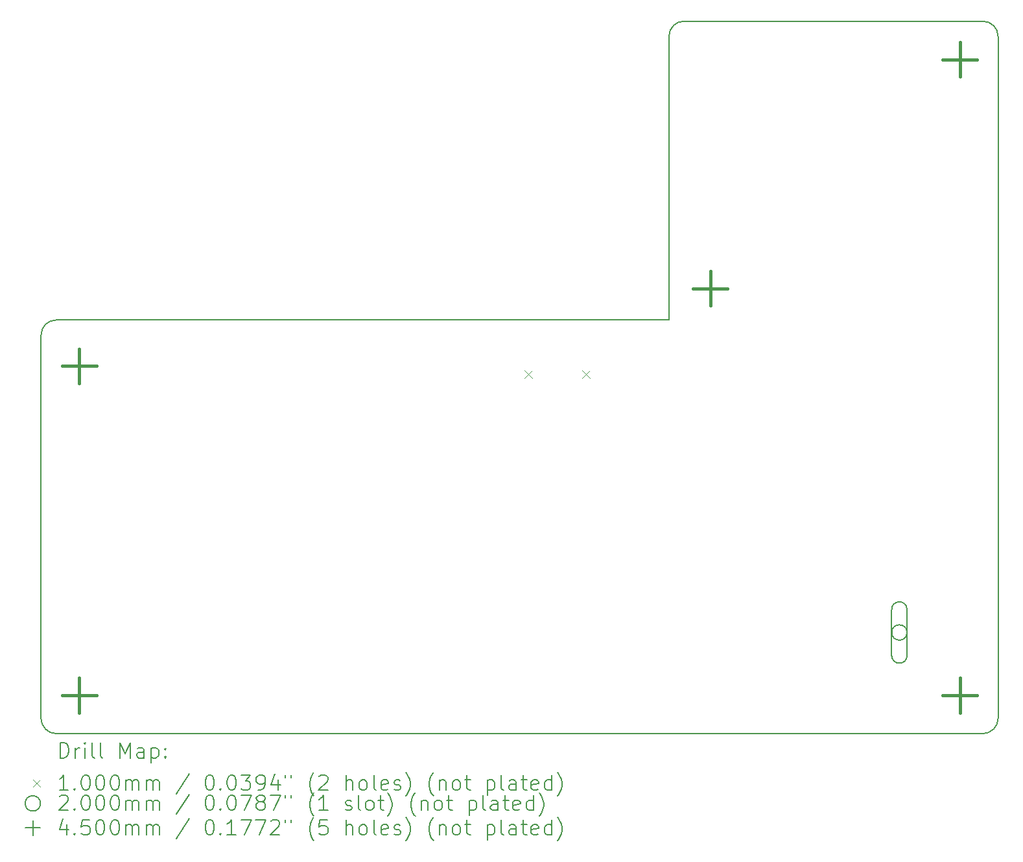
<source format=gbr>
%FSLAX45Y45*%
G04 Gerber Fmt 4.5, Leading zero omitted, Abs format (unit mm)*
G04 Created by KiCad (PCBNEW 6.0.6-3a73a75311~116~ubuntu20.04.1) date 2022-07-18 20:20:39*
%MOMM*%
%LPD*%
G01*
G04 APERTURE LIST*
%TA.AperFunction,Profile*%
%ADD10C,0.150000*%
%TD*%
%ADD11C,0.200000*%
%ADD12C,0.100000*%
%ADD13C,0.450000*%
G04 APERTURE END LIST*
D10*
X3000000Y-10000000D02*
X3000000Y-15000000D01*
X15300000Y-5900000D02*
X11400000Y-5900000D01*
X11200000Y-6100000D02*
X11200000Y-9800000D01*
X3000000Y-15000000D02*
G75*
G03*
X3200000Y-15200000I200000J0D01*
G01*
X15500000Y-6100000D02*
G75*
G03*
X15300000Y-5900000I-200000J0D01*
G01*
X15500000Y-15000000D02*
X15500000Y-6100000D01*
X3200000Y-15200000D02*
X15300000Y-15200000D01*
X3200000Y-9800000D02*
G75*
G03*
X3000000Y-10000000I0J-200000D01*
G01*
X11400000Y-5900000D02*
G75*
G03*
X11200000Y-6100000I0J-200000D01*
G01*
X11200000Y-9800000D02*
X3200000Y-9800000D01*
X15300000Y-15200000D02*
G75*
G03*
X15500000Y-15000000I0J200000D01*
G01*
D11*
D12*
X9315000Y-10460000D02*
X9415000Y-10560000D01*
X9415000Y-10460000D02*
X9315000Y-10560000D01*
X10065000Y-10460000D02*
X10165000Y-10560000D01*
X10165000Y-10460000D02*
X10065000Y-10560000D01*
D11*
X14310000Y-13880000D02*
G75*
G03*
X14310000Y-13880000I-100000J0D01*
G01*
X14110000Y-13580000D02*
X14110000Y-14180000D01*
X14310000Y-13580000D02*
X14310000Y-14180000D01*
X14110000Y-14180000D02*
G75*
G03*
X14310000Y-14180000I100000J0D01*
G01*
X14310000Y-13580000D02*
G75*
G03*
X14110000Y-13580000I-100000J0D01*
G01*
D13*
X3500000Y-10175000D02*
X3500000Y-10625000D01*
X3275000Y-10400000D02*
X3725000Y-10400000D01*
X3500000Y-14475000D02*
X3500000Y-14925000D01*
X3275000Y-14700000D02*
X3725000Y-14700000D01*
X11740000Y-9165000D02*
X11740000Y-9615000D01*
X11515000Y-9390000D02*
X11965000Y-9390000D01*
X15000000Y-6175000D02*
X15000000Y-6625000D01*
X14775000Y-6400000D02*
X15225000Y-6400000D01*
X15000000Y-14475000D02*
X15000000Y-14925000D01*
X14775000Y-14700000D02*
X15225000Y-14700000D01*
D11*
X3250119Y-15517976D02*
X3250119Y-15317976D01*
X3297738Y-15317976D01*
X3326309Y-15327500D01*
X3345357Y-15346548D01*
X3354881Y-15365595D01*
X3364405Y-15403690D01*
X3364405Y-15432262D01*
X3354881Y-15470357D01*
X3345357Y-15489405D01*
X3326309Y-15508452D01*
X3297738Y-15517976D01*
X3250119Y-15517976D01*
X3450119Y-15517976D02*
X3450119Y-15384643D01*
X3450119Y-15422738D02*
X3459643Y-15403690D01*
X3469167Y-15394167D01*
X3488214Y-15384643D01*
X3507262Y-15384643D01*
X3573928Y-15517976D02*
X3573928Y-15384643D01*
X3573928Y-15317976D02*
X3564405Y-15327500D01*
X3573928Y-15337024D01*
X3583452Y-15327500D01*
X3573928Y-15317976D01*
X3573928Y-15337024D01*
X3697738Y-15517976D02*
X3678690Y-15508452D01*
X3669167Y-15489405D01*
X3669167Y-15317976D01*
X3802500Y-15517976D02*
X3783452Y-15508452D01*
X3773928Y-15489405D01*
X3773928Y-15317976D01*
X4031071Y-15517976D02*
X4031071Y-15317976D01*
X4097738Y-15460833D01*
X4164405Y-15317976D01*
X4164405Y-15517976D01*
X4345357Y-15517976D02*
X4345357Y-15413214D01*
X4335833Y-15394167D01*
X4316786Y-15384643D01*
X4278690Y-15384643D01*
X4259643Y-15394167D01*
X4345357Y-15508452D02*
X4326310Y-15517976D01*
X4278690Y-15517976D01*
X4259643Y-15508452D01*
X4250119Y-15489405D01*
X4250119Y-15470357D01*
X4259643Y-15451309D01*
X4278690Y-15441786D01*
X4326310Y-15441786D01*
X4345357Y-15432262D01*
X4440595Y-15384643D02*
X4440595Y-15584643D01*
X4440595Y-15394167D02*
X4459643Y-15384643D01*
X4497738Y-15384643D01*
X4516786Y-15394167D01*
X4526310Y-15403690D01*
X4535833Y-15422738D01*
X4535833Y-15479881D01*
X4526310Y-15498928D01*
X4516786Y-15508452D01*
X4497738Y-15517976D01*
X4459643Y-15517976D01*
X4440595Y-15508452D01*
X4621548Y-15498928D02*
X4631071Y-15508452D01*
X4621548Y-15517976D01*
X4612024Y-15508452D01*
X4621548Y-15498928D01*
X4621548Y-15517976D01*
X4621548Y-15394167D02*
X4631071Y-15403690D01*
X4621548Y-15413214D01*
X4612024Y-15403690D01*
X4621548Y-15394167D01*
X4621548Y-15413214D01*
D12*
X2892500Y-15797500D02*
X2992500Y-15897500D01*
X2992500Y-15797500D02*
X2892500Y-15897500D01*
D11*
X3354881Y-15937976D02*
X3240595Y-15937976D01*
X3297738Y-15937976D02*
X3297738Y-15737976D01*
X3278690Y-15766548D01*
X3259643Y-15785595D01*
X3240595Y-15795119D01*
X3440595Y-15918928D02*
X3450119Y-15928452D01*
X3440595Y-15937976D01*
X3431071Y-15928452D01*
X3440595Y-15918928D01*
X3440595Y-15937976D01*
X3573928Y-15737976D02*
X3592976Y-15737976D01*
X3612024Y-15747500D01*
X3621548Y-15757024D01*
X3631071Y-15776071D01*
X3640595Y-15814167D01*
X3640595Y-15861786D01*
X3631071Y-15899881D01*
X3621548Y-15918928D01*
X3612024Y-15928452D01*
X3592976Y-15937976D01*
X3573928Y-15937976D01*
X3554881Y-15928452D01*
X3545357Y-15918928D01*
X3535833Y-15899881D01*
X3526309Y-15861786D01*
X3526309Y-15814167D01*
X3535833Y-15776071D01*
X3545357Y-15757024D01*
X3554881Y-15747500D01*
X3573928Y-15737976D01*
X3764405Y-15737976D02*
X3783452Y-15737976D01*
X3802500Y-15747500D01*
X3812024Y-15757024D01*
X3821548Y-15776071D01*
X3831071Y-15814167D01*
X3831071Y-15861786D01*
X3821548Y-15899881D01*
X3812024Y-15918928D01*
X3802500Y-15928452D01*
X3783452Y-15937976D01*
X3764405Y-15937976D01*
X3745357Y-15928452D01*
X3735833Y-15918928D01*
X3726309Y-15899881D01*
X3716786Y-15861786D01*
X3716786Y-15814167D01*
X3726309Y-15776071D01*
X3735833Y-15757024D01*
X3745357Y-15747500D01*
X3764405Y-15737976D01*
X3954881Y-15737976D02*
X3973928Y-15737976D01*
X3992976Y-15747500D01*
X4002500Y-15757024D01*
X4012024Y-15776071D01*
X4021548Y-15814167D01*
X4021548Y-15861786D01*
X4012024Y-15899881D01*
X4002500Y-15918928D01*
X3992976Y-15928452D01*
X3973928Y-15937976D01*
X3954881Y-15937976D01*
X3935833Y-15928452D01*
X3926309Y-15918928D01*
X3916786Y-15899881D01*
X3907262Y-15861786D01*
X3907262Y-15814167D01*
X3916786Y-15776071D01*
X3926309Y-15757024D01*
X3935833Y-15747500D01*
X3954881Y-15737976D01*
X4107262Y-15937976D02*
X4107262Y-15804643D01*
X4107262Y-15823690D02*
X4116786Y-15814167D01*
X4135833Y-15804643D01*
X4164405Y-15804643D01*
X4183452Y-15814167D01*
X4192976Y-15833214D01*
X4192976Y-15937976D01*
X4192976Y-15833214D02*
X4202500Y-15814167D01*
X4221548Y-15804643D01*
X4250119Y-15804643D01*
X4269167Y-15814167D01*
X4278690Y-15833214D01*
X4278690Y-15937976D01*
X4373929Y-15937976D02*
X4373929Y-15804643D01*
X4373929Y-15823690D02*
X4383452Y-15814167D01*
X4402500Y-15804643D01*
X4431071Y-15804643D01*
X4450119Y-15814167D01*
X4459643Y-15833214D01*
X4459643Y-15937976D01*
X4459643Y-15833214D02*
X4469167Y-15814167D01*
X4488214Y-15804643D01*
X4516786Y-15804643D01*
X4535833Y-15814167D01*
X4545357Y-15833214D01*
X4545357Y-15937976D01*
X4935833Y-15728452D02*
X4764405Y-15985595D01*
X5192976Y-15737976D02*
X5212024Y-15737976D01*
X5231071Y-15747500D01*
X5240595Y-15757024D01*
X5250119Y-15776071D01*
X5259643Y-15814167D01*
X5259643Y-15861786D01*
X5250119Y-15899881D01*
X5240595Y-15918928D01*
X5231071Y-15928452D01*
X5212024Y-15937976D01*
X5192976Y-15937976D01*
X5173929Y-15928452D01*
X5164405Y-15918928D01*
X5154881Y-15899881D01*
X5145357Y-15861786D01*
X5145357Y-15814167D01*
X5154881Y-15776071D01*
X5164405Y-15757024D01*
X5173929Y-15747500D01*
X5192976Y-15737976D01*
X5345357Y-15918928D02*
X5354881Y-15928452D01*
X5345357Y-15937976D01*
X5335833Y-15928452D01*
X5345357Y-15918928D01*
X5345357Y-15937976D01*
X5478690Y-15737976D02*
X5497738Y-15737976D01*
X5516786Y-15747500D01*
X5526310Y-15757024D01*
X5535833Y-15776071D01*
X5545357Y-15814167D01*
X5545357Y-15861786D01*
X5535833Y-15899881D01*
X5526310Y-15918928D01*
X5516786Y-15928452D01*
X5497738Y-15937976D01*
X5478690Y-15937976D01*
X5459643Y-15928452D01*
X5450119Y-15918928D01*
X5440595Y-15899881D01*
X5431071Y-15861786D01*
X5431071Y-15814167D01*
X5440595Y-15776071D01*
X5450119Y-15757024D01*
X5459643Y-15747500D01*
X5478690Y-15737976D01*
X5612024Y-15737976D02*
X5735833Y-15737976D01*
X5669167Y-15814167D01*
X5697738Y-15814167D01*
X5716786Y-15823690D01*
X5726309Y-15833214D01*
X5735833Y-15852262D01*
X5735833Y-15899881D01*
X5726309Y-15918928D01*
X5716786Y-15928452D01*
X5697738Y-15937976D01*
X5640595Y-15937976D01*
X5621548Y-15928452D01*
X5612024Y-15918928D01*
X5831071Y-15937976D02*
X5869167Y-15937976D01*
X5888214Y-15928452D01*
X5897738Y-15918928D01*
X5916786Y-15890357D01*
X5926309Y-15852262D01*
X5926309Y-15776071D01*
X5916786Y-15757024D01*
X5907262Y-15747500D01*
X5888214Y-15737976D01*
X5850119Y-15737976D01*
X5831071Y-15747500D01*
X5821548Y-15757024D01*
X5812024Y-15776071D01*
X5812024Y-15823690D01*
X5821548Y-15842738D01*
X5831071Y-15852262D01*
X5850119Y-15861786D01*
X5888214Y-15861786D01*
X5907262Y-15852262D01*
X5916786Y-15842738D01*
X5926309Y-15823690D01*
X6097738Y-15804643D02*
X6097738Y-15937976D01*
X6050119Y-15728452D02*
X6002500Y-15871309D01*
X6126309Y-15871309D01*
X6192976Y-15737976D02*
X6192976Y-15776071D01*
X6269167Y-15737976D02*
X6269167Y-15776071D01*
X6564405Y-16014167D02*
X6554881Y-16004643D01*
X6535833Y-15976071D01*
X6526309Y-15957024D01*
X6516786Y-15928452D01*
X6507262Y-15880833D01*
X6507262Y-15842738D01*
X6516786Y-15795119D01*
X6526309Y-15766548D01*
X6535833Y-15747500D01*
X6554881Y-15718928D01*
X6564405Y-15709405D01*
X6631071Y-15757024D02*
X6640595Y-15747500D01*
X6659643Y-15737976D01*
X6707262Y-15737976D01*
X6726309Y-15747500D01*
X6735833Y-15757024D01*
X6745357Y-15776071D01*
X6745357Y-15795119D01*
X6735833Y-15823690D01*
X6621548Y-15937976D01*
X6745357Y-15937976D01*
X6983452Y-15937976D02*
X6983452Y-15737976D01*
X7069167Y-15937976D02*
X7069167Y-15833214D01*
X7059643Y-15814167D01*
X7040595Y-15804643D01*
X7012024Y-15804643D01*
X6992976Y-15814167D01*
X6983452Y-15823690D01*
X7192976Y-15937976D02*
X7173928Y-15928452D01*
X7164405Y-15918928D01*
X7154881Y-15899881D01*
X7154881Y-15842738D01*
X7164405Y-15823690D01*
X7173928Y-15814167D01*
X7192976Y-15804643D01*
X7221548Y-15804643D01*
X7240595Y-15814167D01*
X7250119Y-15823690D01*
X7259643Y-15842738D01*
X7259643Y-15899881D01*
X7250119Y-15918928D01*
X7240595Y-15928452D01*
X7221548Y-15937976D01*
X7192976Y-15937976D01*
X7373928Y-15937976D02*
X7354881Y-15928452D01*
X7345357Y-15909405D01*
X7345357Y-15737976D01*
X7526309Y-15928452D02*
X7507262Y-15937976D01*
X7469167Y-15937976D01*
X7450119Y-15928452D01*
X7440595Y-15909405D01*
X7440595Y-15833214D01*
X7450119Y-15814167D01*
X7469167Y-15804643D01*
X7507262Y-15804643D01*
X7526309Y-15814167D01*
X7535833Y-15833214D01*
X7535833Y-15852262D01*
X7440595Y-15871309D01*
X7612024Y-15928452D02*
X7631071Y-15937976D01*
X7669167Y-15937976D01*
X7688214Y-15928452D01*
X7697738Y-15909405D01*
X7697738Y-15899881D01*
X7688214Y-15880833D01*
X7669167Y-15871309D01*
X7640595Y-15871309D01*
X7621548Y-15861786D01*
X7612024Y-15842738D01*
X7612024Y-15833214D01*
X7621548Y-15814167D01*
X7640595Y-15804643D01*
X7669167Y-15804643D01*
X7688214Y-15814167D01*
X7764405Y-16014167D02*
X7773928Y-16004643D01*
X7792976Y-15976071D01*
X7802500Y-15957024D01*
X7812024Y-15928452D01*
X7821548Y-15880833D01*
X7821548Y-15842738D01*
X7812024Y-15795119D01*
X7802500Y-15766548D01*
X7792976Y-15747500D01*
X7773928Y-15718928D01*
X7764405Y-15709405D01*
X8126309Y-16014167D02*
X8116786Y-16004643D01*
X8097738Y-15976071D01*
X8088214Y-15957024D01*
X8078690Y-15928452D01*
X8069167Y-15880833D01*
X8069167Y-15842738D01*
X8078690Y-15795119D01*
X8088214Y-15766548D01*
X8097738Y-15747500D01*
X8116786Y-15718928D01*
X8126309Y-15709405D01*
X8202500Y-15804643D02*
X8202500Y-15937976D01*
X8202500Y-15823690D02*
X8212024Y-15814167D01*
X8231071Y-15804643D01*
X8259643Y-15804643D01*
X8278690Y-15814167D01*
X8288214Y-15833214D01*
X8288214Y-15937976D01*
X8412024Y-15937976D02*
X8392976Y-15928452D01*
X8383452Y-15918928D01*
X8373928Y-15899881D01*
X8373928Y-15842738D01*
X8383452Y-15823690D01*
X8392976Y-15814167D01*
X8412024Y-15804643D01*
X8440595Y-15804643D01*
X8459643Y-15814167D01*
X8469167Y-15823690D01*
X8478690Y-15842738D01*
X8478690Y-15899881D01*
X8469167Y-15918928D01*
X8459643Y-15928452D01*
X8440595Y-15937976D01*
X8412024Y-15937976D01*
X8535833Y-15804643D02*
X8612024Y-15804643D01*
X8564405Y-15737976D02*
X8564405Y-15909405D01*
X8573929Y-15928452D01*
X8592976Y-15937976D01*
X8612024Y-15937976D01*
X8831071Y-15804643D02*
X8831071Y-16004643D01*
X8831071Y-15814167D02*
X8850119Y-15804643D01*
X8888214Y-15804643D01*
X8907262Y-15814167D01*
X8916786Y-15823690D01*
X8926310Y-15842738D01*
X8926310Y-15899881D01*
X8916786Y-15918928D01*
X8907262Y-15928452D01*
X8888214Y-15937976D01*
X8850119Y-15937976D01*
X8831071Y-15928452D01*
X9040595Y-15937976D02*
X9021548Y-15928452D01*
X9012024Y-15909405D01*
X9012024Y-15737976D01*
X9202500Y-15937976D02*
X9202500Y-15833214D01*
X9192976Y-15814167D01*
X9173929Y-15804643D01*
X9135833Y-15804643D01*
X9116786Y-15814167D01*
X9202500Y-15928452D02*
X9183452Y-15937976D01*
X9135833Y-15937976D01*
X9116786Y-15928452D01*
X9107262Y-15909405D01*
X9107262Y-15890357D01*
X9116786Y-15871309D01*
X9135833Y-15861786D01*
X9183452Y-15861786D01*
X9202500Y-15852262D01*
X9269167Y-15804643D02*
X9345357Y-15804643D01*
X9297738Y-15737976D02*
X9297738Y-15909405D01*
X9307262Y-15928452D01*
X9326310Y-15937976D01*
X9345357Y-15937976D01*
X9488214Y-15928452D02*
X9469167Y-15937976D01*
X9431071Y-15937976D01*
X9412024Y-15928452D01*
X9402500Y-15909405D01*
X9402500Y-15833214D01*
X9412024Y-15814167D01*
X9431071Y-15804643D01*
X9469167Y-15804643D01*
X9488214Y-15814167D01*
X9497738Y-15833214D01*
X9497738Y-15852262D01*
X9402500Y-15871309D01*
X9669167Y-15937976D02*
X9669167Y-15737976D01*
X9669167Y-15928452D02*
X9650119Y-15937976D01*
X9612024Y-15937976D01*
X9592976Y-15928452D01*
X9583452Y-15918928D01*
X9573929Y-15899881D01*
X9573929Y-15842738D01*
X9583452Y-15823690D01*
X9592976Y-15814167D01*
X9612024Y-15804643D01*
X9650119Y-15804643D01*
X9669167Y-15814167D01*
X9745357Y-16014167D02*
X9754881Y-16004643D01*
X9773929Y-15976071D01*
X9783452Y-15957024D01*
X9792976Y-15928452D01*
X9802500Y-15880833D01*
X9802500Y-15842738D01*
X9792976Y-15795119D01*
X9783452Y-15766548D01*
X9773929Y-15747500D01*
X9754881Y-15718928D01*
X9745357Y-15709405D01*
X2992500Y-16111500D02*
G75*
G03*
X2992500Y-16111500I-100000J0D01*
G01*
X3240595Y-16021024D02*
X3250119Y-16011500D01*
X3269167Y-16001976D01*
X3316786Y-16001976D01*
X3335833Y-16011500D01*
X3345357Y-16021024D01*
X3354881Y-16040071D01*
X3354881Y-16059119D01*
X3345357Y-16087690D01*
X3231071Y-16201976D01*
X3354881Y-16201976D01*
X3440595Y-16182928D02*
X3450119Y-16192452D01*
X3440595Y-16201976D01*
X3431071Y-16192452D01*
X3440595Y-16182928D01*
X3440595Y-16201976D01*
X3573928Y-16001976D02*
X3592976Y-16001976D01*
X3612024Y-16011500D01*
X3621548Y-16021024D01*
X3631071Y-16040071D01*
X3640595Y-16078167D01*
X3640595Y-16125786D01*
X3631071Y-16163881D01*
X3621548Y-16182928D01*
X3612024Y-16192452D01*
X3592976Y-16201976D01*
X3573928Y-16201976D01*
X3554881Y-16192452D01*
X3545357Y-16182928D01*
X3535833Y-16163881D01*
X3526309Y-16125786D01*
X3526309Y-16078167D01*
X3535833Y-16040071D01*
X3545357Y-16021024D01*
X3554881Y-16011500D01*
X3573928Y-16001976D01*
X3764405Y-16001976D02*
X3783452Y-16001976D01*
X3802500Y-16011500D01*
X3812024Y-16021024D01*
X3821548Y-16040071D01*
X3831071Y-16078167D01*
X3831071Y-16125786D01*
X3821548Y-16163881D01*
X3812024Y-16182928D01*
X3802500Y-16192452D01*
X3783452Y-16201976D01*
X3764405Y-16201976D01*
X3745357Y-16192452D01*
X3735833Y-16182928D01*
X3726309Y-16163881D01*
X3716786Y-16125786D01*
X3716786Y-16078167D01*
X3726309Y-16040071D01*
X3735833Y-16021024D01*
X3745357Y-16011500D01*
X3764405Y-16001976D01*
X3954881Y-16001976D02*
X3973928Y-16001976D01*
X3992976Y-16011500D01*
X4002500Y-16021024D01*
X4012024Y-16040071D01*
X4021548Y-16078167D01*
X4021548Y-16125786D01*
X4012024Y-16163881D01*
X4002500Y-16182928D01*
X3992976Y-16192452D01*
X3973928Y-16201976D01*
X3954881Y-16201976D01*
X3935833Y-16192452D01*
X3926309Y-16182928D01*
X3916786Y-16163881D01*
X3907262Y-16125786D01*
X3907262Y-16078167D01*
X3916786Y-16040071D01*
X3926309Y-16021024D01*
X3935833Y-16011500D01*
X3954881Y-16001976D01*
X4107262Y-16201976D02*
X4107262Y-16068643D01*
X4107262Y-16087690D02*
X4116786Y-16078167D01*
X4135833Y-16068643D01*
X4164405Y-16068643D01*
X4183452Y-16078167D01*
X4192976Y-16097214D01*
X4192976Y-16201976D01*
X4192976Y-16097214D02*
X4202500Y-16078167D01*
X4221548Y-16068643D01*
X4250119Y-16068643D01*
X4269167Y-16078167D01*
X4278690Y-16097214D01*
X4278690Y-16201976D01*
X4373929Y-16201976D02*
X4373929Y-16068643D01*
X4373929Y-16087690D02*
X4383452Y-16078167D01*
X4402500Y-16068643D01*
X4431071Y-16068643D01*
X4450119Y-16078167D01*
X4459643Y-16097214D01*
X4459643Y-16201976D01*
X4459643Y-16097214D02*
X4469167Y-16078167D01*
X4488214Y-16068643D01*
X4516786Y-16068643D01*
X4535833Y-16078167D01*
X4545357Y-16097214D01*
X4545357Y-16201976D01*
X4935833Y-15992452D02*
X4764405Y-16249595D01*
X5192976Y-16001976D02*
X5212024Y-16001976D01*
X5231071Y-16011500D01*
X5240595Y-16021024D01*
X5250119Y-16040071D01*
X5259643Y-16078167D01*
X5259643Y-16125786D01*
X5250119Y-16163881D01*
X5240595Y-16182928D01*
X5231071Y-16192452D01*
X5212024Y-16201976D01*
X5192976Y-16201976D01*
X5173929Y-16192452D01*
X5164405Y-16182928D01*
X5154881Y-16163881D01*
X5145357Y-16125786D01*
X5145357Y-16078167D01*
X5154881Y-16040071D01*
X5164405Y-16021024D01*
X5173929Y-16011500D01*
X5192976Y-16001976D01*
X5345357Y-16182928D02*
X5354881Y-16192452D01*
X5345357Y-16201976D01*
X5335833Y-16192452D01*
X5345357Y-16182928D01*
X5345357Y-16201976D01*
X5478690Y-16001976D02*
X5497738Y-16001976D01*
X5516786Y-16011500D01*
X5526310Y-16021024D01*
X5535833Y-16040071D01*
X5545357Y-16078167D01*
X5545357Y-16125786D01*
X5535833Y-16163881D01*
X5526310Y-16182928D01*
X5516786Y-16192452D01*
X5497738Y-16201976D01*
X5478690Y-16201976D01*
X5459643Y-16192452D01*
X5450119Y-16182928D01*
X5440595Y-16163881D01*
X5431071Y-16125786D01*
X5431071Y-16078167D01*
X5440595Y-16040071D01*
X5450119Y-16021024D01*
X5459643Y-16011500D01*
X5478690Y-16001976D01*
X5612024Y-16001976D02*
X5745357Y-16001976D01*
X5659643Y-16201976D01*
X5850119Y-16087690D02*
X5831071Y-16078167D01*
X5821548Y-16068643D01*
X5812024Y-16049595D01*
X5812024Y-16040071D01*
X5821548Y-16021024D01*
X5831071Y-16011500D01*
X5850119Y-16001976D01*
X5888214Y-16001976D01*
X5907262Y-16011500D01*
X5916786Y-16021024D01*
X5926309Y-16040071D01*
X5926309Y-16049595D01*
X5916786Y-16068643D01*
X5907262Y-16078167D01*
X5888214Y-16087690D01*
X5850119Y-16087690D01*
X5831071Y-16097214D01*
X5821548Y-16106738D01*
X5812024Y-16125786D01*
X5812024Y-16163881D01*
X5821548Y-16182928D01*
X5831071Y-16192452D01*
X5850119Y-16201976D01*
X5888214Y-16201976D01*
X5907262Y-16192452D01*
X5916786Y-16182928D01*
X5926309Y-16163881D01*
X5926309Y-16125786D01*
X5916786Y-16106738D01*
X5907262Y-16097214D01*
X5888214Y-16087690D01*
X5992976Y-16001976D02*
X6126309Y-16001976D01*
X6040595Y-16201976D01*
X6192976Y-16001976D02*
X6192976Y-16040071D01*
X6269167Y-16001976D02*
X6269167Y-16040071D01*
X6564405Y-16278167D02*
X6554881Y-16268643D01*
X6535833Y-16240071D01*
X6526309Y-16221024D01*
X6516786Y-16192452D01*
X6507262Y-16144833D01*
X6507262Y-16106738D01*
X6516786Y-16059119D01*
X6526309Y-16030548D01*
X6535833Y-16011500D01*
X6554881Y-15982928D01*
X6564405Y-15973405D01*
X6745357Y-16201976D02*
X6631071Y-16201976D01*
X6688214Y-16201976D02*
X6688214Y-16001976D01*
X6669167Y-16030548D01*
X6650119Y-16049595D01*
X6631071Y-16059119D01*
X6973928Y-16192452D02*
X6992976Y-16201976D01*
X7031071Y-16201976D01*
X7050119Y-16192452D01*
X7059643Y-16173405D01*
X7059643Y-16163881D01*
X7050119Y-16144833D01*
X7031071Y-16135309D01*
X7002500Y-16135309D01*
X6983452Y-16125786D01*
X6973928Y-16106738D01*
X6973928Y-16097214D01*
X6983452Y-16078167D01*
X7002500Y-16068643D01*
X7031071Y-16068643D01*
X7050119Y-16078167D01*
X7173928Y-16201976D02*
X7154881Y-16192452D01*
X7145357Y-16173405D01*
X7145357Y-16001976D01*
X7278690Y-16201976D02*
X7259643Y-16192452D01*
X7250119Y-16182928D01*
X7240595Y-16163881D01*
X7240595Y-16106738D01*
X7250119Y-16087690D01*
X7259643Y-16078167D01*
X7278690Y-16068643D01*
X7307262Y-16068643D01*
X7326309Y-16078167D01*
X7335833Y-16087690D01*
X7345357Y-16106738D01*
X7345357Y-16163881D01*
X7335833Y-16182928D01*
X7326309Y-16192452D01*
X7307262Y-16201976D01*
X7278690Y-16201976D01*
X7402500Y-16068643D02*
X7478690Y-16068643D01*
X7431071Y-16001976D02*
X7431071Y-16173405D01*
X7440595Y-16192452D01*
X7459643Y-16201976D01*
X7478690Y-16201976D01*
X7526309Y-16278167D02*
X7535833Y-16268643D01*
X7554881Y-16240071D01*
X7564405Y-16221024D01*
X7573928Y-16192452D01*
X7583452Y-16144833D01*
X7583452Y-16106738D01*
X7573928Y-16059119D01*
X7564405Y-16030548D01*
X7554881Y-16011500D01*
X7535833Y-15982928D01*
X7526309Y-15973405D01*
X7888214Y-16278167D02*
X7878690Y-16268643D01*
X7859643Y-16240071D01*
X7850119Y-16221024D01*
X7840595Y-16192452D01*
X7831071Y-16144833D01*
X7831071Y-16106738D01*
X7840595Y-16059119D01*
X7850119Y-16030548D01*
X7859643Y-16011500D01*
X7878690Y-15982928D01*
X7888214Y-15973405D01*
X7964405Y-16068643D02*
X7964405Y-16201976D01*
X7964405Y-16087690D02*
X7973928Y-16078167D01*
X7992976Y-16068643D01*
X8021548Y-16068643D01*
X8040595Y-16078167D01*
X8050119Y-16097214D01*
X8050119Y-16201976D01*
X8173928Y-16201976D02*
X8154881Y-16192452D01*
X8145357Y-16182928D01*
X8135833Y-16163881D01*
X8135833Y-16106738D01*
X8145357Y-16087690D01*
X8154881Y-16078167D01*
X8173928Y-16068643D01*
X8202500Y-16068643D01*
X8221548Y-16078167D01*
X8231071Y-16087690D01*
X8240595Y-16106738D01*
X8240595Y-16163881D01*
X8231071Y-16182928D01*
X8221548Y-16192452D01*
X8202500Y-16201976D01*
X8173928Y-16201976D01*
X8297738Y-16068643D02*
X8373928Y-16068643D01*
X8326309Y-16001976D02*
X8326309Y-16173405D01*
X8335833Y-16192452D01*
X8354881Y-16201976D01*
X8373928Y-16201976D01*
X8592976Y-16068643D02*
X8592976Y-16268643D01*
X8592976Y-16078167D02*
X8612024Y-16068643D01*
X8650119Y-16068643D01*
X8669167Y-16078167D01*
X8678690Y-16087690D01*
X8688214Y-16106738D01*
X8688214Y-16163881D01*
X8678690Y-16182928D01*
X8669167Y-16192452D01*
X8650119Y-16201976D01*
X8612024Y-16201976D01*
X8592976Y-16192452D01*
X8802500Y-16201976D02*
X8783452Y-16192452D01*
X8773929Y-16173405D01*
X8773929Y-16001976D01*
X8964405Y-16201976D02*
X8964405Y-16097214D01*
X8954881Y-16078167D01*
X8935833Y-16068643D01*
X8897738Y-16068643D01*
X8878690Y-16078167D01*
X8964405Y-16192452D02*
X8945357Y-16201976D01*
X8897738Y-16201976D01*
X8878690Y-16192452D01*
X8869167Y-16173405D01*
X8869167Y-16154357D01*
X8878690Y-16135309D01*
X8897738Y-16125786D01*
X8945357Y-16125786D01*
X8964405Y-16116262D01*
X9031071Y-16068643D02*
X9107262Y-16068643D01*
X9059643Y-16001976D02*
X9059643Y-16173405D01*
X9069167Y-16192452D01*
X9088214Y-16201976D01*
X9107262Y-16201976D01*
X9250119Y-16192452D02*
X9231071Y-16201976D01*
X9192976Y-16201976D01*
X9173929Y-16192452D01*
X9164405Y-16173405D01*
X9164405Y-16097214D01*
X9173929Y-16078167D01*
X9192976Y-16068643D01*
X9231071Y-16068643D01*
X9250119Y-16078167D01*
X9259643Y-16097214D01*
X9259643Y-16116262D01*
X9164405Y-16135309D01*
X9431071Y-16201976D02*
X9431071Y-16001976D01*
X9431071Y-16192452D02*
X9412024Y-16201976D01*
X9373929Y-16201976D01*
X9354881Y-16192452D01*
X9345357Y-16182928D01*
X9335833Y-16163881D01*
X9335833Y-16106738D01*
X9345357Y-16087690D01*
X9354881Y-16078167D01*
X9373929Y-16068643D01*
X9412024Y-16068643D01*
X9431071Y-16078167D01*
X9507262Y-16278167D02*
X9516786Y-16268643D01*
X9535833Y-16240071D01*
X9545357Y-16221024D01*
X9554881Y-16192452D01*
X9564405Y-16144833D01*
X9564405Y-16106738D01*
X9554881Y-16059119D01*
X9545357Y-16030548D01*
X9535833Y-16011500D01*
X9516786Y-15982928D01*
X9507262Y-15973405D01*
X2892500Y-16331500D02*
X2892500Y-16531500D01*
X2792500Y-16431500D02*
X2992500Y-16431500D01*
X3335833Y-16388643D02*
X3335833Y-16521976D01*
X3288214Y-16312452D02*
X3240595Y-16455309D01*
X3364405Y-16455309D01*
X3440595Y-16502928D02*
X3450119Y-16512452D01*
X3440595Y-16521976D01*
X3431071Y-16512452D01*
X3440595Y-16502928D01*
X3440595Y-16521976D01*
X3631071Y-16321976D02*
X3535833Y-16321976D01*
X3526309Y-16417214D01*
X3535833Y-16407690D01*
X3554881Y-16398167D01*
X3602500Y-16398167D01*
X3621548Y-16407690D01*
X3631071Y-16417214D01*
X3640595Y-16436262D01*
X3640595Y-16483881D01*
X3631071Y-16502928D01*
X3621548Y-16512452D01*
X3602500Y-16521976D01*
X3554881Y-16521976D01*
X3535833Y-16512452D01*
X3526309Y-16502928D01*
X3764405Y-16321976D02*
X3783452Y-16321976D01*
X3802500Y-16331500D01*
X3812024Y-16341024D01*
X3821548Y-16360071D01*
X3831071Y-16398167D01*
X3831071Y-16445786D01*
X3821548Y-16483881D01*
X3812024Y-16502928D01*
X3802500Y-16512452D01*
X3783452Y-16521976D01*
X3764405Y-16521976D01*
X3745357Y-16512452D01*
X3735833Y-16502928D01*
X3726309Y-16483881D01*
X3716786Y-16445786D01*
X3716786Y-16398167D01*
X3726309Y-16360071D01*
X3735833Y-16341024D01*
X3745357Y-16331500D01*
X3764405Y-16321976D01*
X3954881Y-16321976D02*
X3973928Y-16321976D01*
X3992976Y-16331500D01*
X4002500Y-16341024D01*
X4012024Y-16360071D01*
X4021548Y-16398167D01*
X4021548Y-16445786D01*
X4012024Y-16483881D01*
X4002500Y-16502928D01*
X3992976Y-16512452D01*
X3973928Y-16521976D01*
X3954881Y-16521976D01*
X3935833Y-16512452D01*
X3926309Y-16502928D01*
X3916786Y-16483881D01*
X3907262Y-16445786D01*
X3907262Y-16398167D01*
X3916786Y-16360071D01*
X3926309Y-16341024D01*
X3935833Y-16331500D01*
X3954881Y-16321976D01*
X4107262Y-16521976D02*
X4107262Y-16388643D01*
X4107262Y-16407690D02*
X4116786Y-16398167D01*
X4135833Y-16388643D01*
X4164405Y-16388643D01*
X4183452Y-16398167D01*
X4192976Y-16417214D01*
X4192976Y-16521976D01*
X4192976Y-16417214D02*
X4202500Y-16398167D01*
X4221548Y-16388643D01*
X4250119Y-16388643D01*
X4269167Y-16398167D01*
X4278690Y-16417214D01*
X4278690Y-16521976D01*
X4373929Y-16521976D02*
X4373929Y-16388643D01*
X4373929Y-16407690D02*
X4383452Y-16398167D01*
X4402500Y-16388643D01*
X4431071Y-16388643D01*
X4450119Y-16398167D01*
X4459643Y-16417214D01*
X4459643Y-16521976D01*
X4459643Y-16417214D02*
X4469167Y-16398167D01*
X4488214Y-16388643D01*
X4516786Y-16388643D01*
X4535833Y-16398167D01*
X4545357Y-16417214D01*
X4545357Y-16521976D01*
X4935833Y-16312452D02*
X4764405Y-16569595D01*
X5192976Y-16321976D02*
X5212024Y-16321976D01*
X5231071Y-16331500D01*
X5240595Y-16341024D01*
X5250119Y-16360071D01*
X5259643Y-16398167D01*
X5259643Y-16445786D01*
X5250119Y-16483881D01*
X5240595Y-16502928D01*
X5231071Y-16512452D01*
X5212024Y-16521976D01*
X5192976Y-16521976D01*
X5173929Y-16512452D01*
X5164405Y-16502928D01*
X5154881Y-16483881D01*
X5145357Y-16445786D01*
X5145357Y-16398167D01*
X5154881Y-16360071D01*
X5164405Y-16341024D01*
X5173929Y-16331500D01*
X5192976Y-16321976D01*
X5345357Y-16502928D02*
X5354881Y-16512452D01*
X5345357Y-16521976D01*
X5335833Y-16512452D01*
X5345357Y-16502928D01*
X5345357Y-16521976D01*
X5545357Y-16521976D02*
X5431071Y-16521976D01*
X5488214Y-16521976D02*
X5488214Y-16321976D01*
X5469167Y-16350548D01*
X5450119Y-16369595D01*
X5431071Y-16379119D01*
X5612024Y-16321976D02*
X5745357Y-16321976D01*
X5659643Y-16521976D01*
X5802500Y-16321976D02*
X5935833Y-16321976D01*
X5850119Y-16521976D01*
X6002500Y-16341024D02*
X6012024Y-16331500D01*
X6031071Y-16321976D01*
X6078690Y-16321976D01*
X6097738Y-16331500D01*
X6107262Y-16341024D01*
X6116786Y-16360071D01*
X6116786Y-16379119D01*
X6107262Y-16407690D01*
X5992976Y-16521976D01*
X6116786Y-16521976D01*
X6192976Y-16321976D02*
X6192976Y-16360071D01*
X6269167Y-16321976D02*
X6269167Y-16360071D01*
X6564405Y-16598167D02*
X6554881Y-16588643D01*
X6535833Y-16560071D01*
X6526309Y-16541024D01*
X6516786Y-16512452D01*
X6507262Y-16464833D01*
X6507262Y-16426738D01*
X6516786Y-16379119D01*
X6526309Y-16350548D01*
X6535833Y-16331500D01*
X6554881Y-16302928D01*
X6564405Y-16293405D01*
X6735833Y-16321976D02*
X6640595Y-16321976D01*
X6631071Y-16417214D01*
X6640595Y-16407690D01*
X6659643Y-16398167D01*
X6707262Y-16398167D01*
X6726309Y-16407690D01*
X6735833Y-16417214D01*
X6745357Y-16436262D01*
X6745357Y-16483881D01*
X6735833Y-16502928D01*
X6726309Y-16512452D01*
X6707262Y-16521976D01*
X6659643Y-16521976D01*
X6640595Y-16512452D01*
X6631071Y-16502928D01*
X6983452Y-16521976D02*
X6983452Y-16321976D01*
X7069167Y-16521976D02*
X7069167Y-16417214D01*
X7059643Y-16398167D01*
X7040595Y-16388643D01*
X7012024Y-16388643D01*
X6992976Y-16398167D01*
X6983452Y-16407690D01*
X7192976Y-16521976D02*
X7173928Y-16512452D01*
X7164405Y-16502928D01*
X7154881Y-16483881D01*
X7154881Y-16426738D01*
X7164405Y-16407690D01*
X7173928Y-16398167D01*
X7192976Y-16388643D01*
X7221548Y-16388643D01*
X7240595Y-16398167D01*
X7250119Y-16407690D01*
X7259643Y-16426738D01*
X7259643Y-16483881D01*
X7250119Y-16502928D01*
X7240595Y-16512452D01*
X7221548Y-16521976D01*
X7192976Y-16521976D01*
X7373928Y-16521976D02*
X7354881Y-16512452D01*
X7345357Y-16493405D01*
X7345357Y-16321976D01*
X7526309Y-16512452D02*
X7507262Y-16521976D01*
X7469167Y-16521976D01*
X7450119Y-16512452D01*
X7440595Y-16493405D01*
X7440595Y-16417214D01*
X7450119Y-16398167D01*
X7469167Y-16388643D01*
X7507262Y-16388643D01*
X7526309Y-16398167D01*
X7535833Y-16417214D01*
X7535833Y-16436262D01*
X7440595Y-16455309D01*
X7612024Y-16512452D02*
X7631071Y-16521976D01*
X7669167Y-16521976D01*
X7688214Y-16512452D01*
X7697738Y-16493405D01*
X7697738Y-16483881D01*
X7688214Y-16464833D01*
X7669167Y-16455309D01*
X7640595Y-16455309D01*
X7621548Y-16445786D01*
X7612024Y-16426738D01*
X7612024Y-16417214D01*
X7621548Y-16398167D01*
X7640595Y-16388643D01*
X7669167Y-16388643D01*
X7688214Y-16398167D01*
X7764405Y-16598167D02*
X7773928Y-16588643D01*
X7792976Y-16560071D01*
X7802500Y-16541024D01*
X7812024Y-16512452D01*
X7821548Y-16464833D01*
X7821548Y-16426738D01*
X7812024Y-16379119D01*
X7802500Y-16350548D01*
X7792976Y-16331500D01*
X7773928Y-16302928D01*
X7764405Y-16293405D01*
X8126309Y-16598167D02*
X8116786Y-16588643D01*
X8097738Y-16560071D01*
X8088214Y-16541024D01*
X8078690Y-16512452D01*
X8069167Y-16464833D01*
X8069167Y-16426738D01*
X8078690Y-16379119D01*
X8088214Y-16350548D01*
X8097738Y-16331500D01*
X8116786Y-16302928D01*
X8126309Y-16293405D01*
X8202500Y-16388643D02*
X8202500Y-16521976D01*
X8202500Y-16407690D02*
X8212024Y-16398167D01*
X8231071Y-16388643D01*
X8259643Y-16388643D01*
X8278690Y-16398167D01*
X8288214Y-16417214D01*
X8288214Y-16521976D01*
X8412024Y-16521976D02*
X8392976Y-16512452D01*
X8383452Y-16502928D01*
X8373928Y-16483881D01*
X8373928Y-16426738D01*
X8383452Y-16407690D01*
X8392976Y-16398167D01*
X8412024Y-16388643D01*
X8440595Y-16388643D01*
X8459643Y-16398167D01*
X8469167Y-16407690D01*
X8478690Y-16426738D01*
X8478690Y-16483881D01*
X8469167Y-16502928D01*
X8459643Y-16512452D01*
X8440595Y-16521976D01*
X8412024Y-16521976D01*
X8535833Y-16388643D02*
X8612024Y-16388643D01*
X8564405Y-16321976D02*
X8564405Y-16493405D01*
X8573929Y-16512452D01*
X8592976Y-16521976D01*
X8612024Y-16521976D01*
X8831071Y-16388643D02*
X8831071Y-16588643D01*
X8831071Y-16398167D02*
X8850119Y-16388643D01*
X8888214Y-16388643D01*
X8907262Y-16398167D01*
X8916786Y-16407690D01*
X8926310Y-16426738D01*
X8926310Y-16483881D01*
X8916786Y-16502928D01*
X8907262Y-16512452D01*
X8888214Y-16521976D01*
X8850119Y-16521976D01*
X8831071Y-16512452D01*
X9040595Y-16521976D02*
X9021548Y-16512452D01*
X9012024Y-16493405D01*
X9012024Y-16321976D01*
X9202500Y-16521976D02*
X9202500Y-16417214D01*
X9192976Y-16398167D01*
X9173929Y-16388643D01*
X9135833Y-16388643D01*
X9116786Y-16398167D01*
X9202500Y-16512452D02*
X9183452Y-16521976D01*
X9135833Y-16521976D01*
X9116786Y-16512452D01*
X9107262Y-16493405D01*
X9107262Y-16474357D01*
X9116786Y-16455309D01*
X9135833Y-16445786D01*
X9183452Y-16445786D01*
X9202500Y-16436262D01*
X9269167Y-16388643D02*
X9345357Y-16388643D01*
X9297738Y-16321976D02*
X9297738Y-16493405D01*
X9307262Y-16512452D01*
X9326310Y-16521976D01*
X9345357Y-16521976D01*
X9488214Y-16512452D02*
X9469167Y-16521976D01*
X9431071Y-16521976D01*
X9412024Y-16512452D01*
X9402500Y-16493405D01*
X9402500Y-16417214D01*
X9412024Y-16398167D01*
X9431071Y-16388643D01*
X9469167Y-16388643D01*
X9488214Y-16398167D01*
X9497738Y-16417214D01*
X9497738Y-16436262D01*
X9402500Y-16455309D01*
X9669167Y-16521976D02*
X9669167Y-16321976D01*
X9669167Y-16512452D02*
X9650119Y-16521976D01*
X9612024Y-16521976D01*
X9592976Y-16512452D01*
X9583452Y-16502928D01*
X9573929Y-16483881D01*
X9573929Y-16426738D01*
X9583452Y-16407690D01*
X9592976Y-16398167D01*
X9612024Y-16388643D01*
X9650119Y-16388643D01*
X9669167Y-16398167D01*
X9745357Y-16598167D02*
X9754881Y-16588643D01*
X9773929Y-16560071D01*
X9783452Y-16541024D01*
X9792976Y-16512452D01*
X9802500Y-16464833D01*
X9802500Y-16426738D01*
X9792976Y-16379119D01*
X9783452Y-16350548D01*
X9773929Y-16331500D01*
X9754881Y-16302928D01*
X9745357Y-16293405D01*
M02*

</source>
